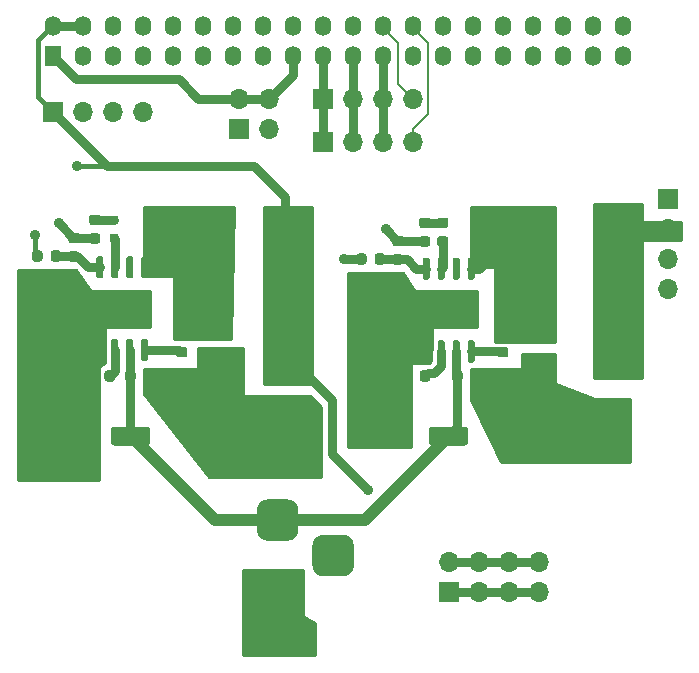
<source format=gtl>
G04 #@! TF.GenerationSoftware,KiCad,Pcbnew,(5.1.6-0-10_14)*
G04 #@! TF.CreationDate,2021-09-09T15:00:30-05:00*
G04 #@! TF.ProjectId,2019-Pi-Power,32303139-2d50-4692-9d50-6f7765722e6b,rev?*
G04 #@! TF.SameCoordinates,Original*
G04 #@! TF.FileFunction,Copper,L1,Top*
G04 #@! TF.FilePolarity,Positive*
%FSLAX46Y46*%
G04 Gerber Fmt 4.6, Leading zero omitted, Abs format (unit mm)*
G04 Created by KiCad (PCBNEW (5.1.6-0-10_14)) date 2021-09-09 15:00:30*
%MOMM*%
%LPD*%
G01*
G04 APERTURE LIST*
G04 #@! TA.AperFunction,ComponentPad*
%ADD10O,1.700000X1.700000*%
G04 #@! TD*
G04 #@! TA.AperFunction,ComponentPad*
%ADD11R,1.700000X1.700000*%
G04 #@! TD*
G04 #@! TA.AperFunction,SMDPad,CuDef*
%ADD12R,2.700000X3.600000*%
G04 #@! TD*
G04 #@! TA.AperFunction,SMDPad,CuDef*
%ADD13R,1.700000X2.500000*%
G04 #@! TD*
G04 #@! TA.AperFunction,ComponentPad*
%ADD14R,1.400000X1.700000*%
G04 #@! TD*
G04 #@! TA.AperFunction,ComponentPad*
%ADD15O,1.400000X1.700000*%
G04 #@! TD*
G04 #@! TA.AperFunction,SMDPad,CuDef*
%ADD16R,0.750000X0.800000*%
G04 #@! TD*
G04 #@! TA.AperFunction,ViaPad*
%ADD17C,0.900000*%
G04 #@! TD*
G04 #@! TA.AperFunction,ViaPad*
%ADD18C,0.500000*%
G04 #@! TD*
G04 #@! TA.AperFunction,Conductor*
%ADD19C,0.800000*%
G04 #@! TD*
G04 #@! TA.AperFunction,Conductor*
%ADD20C,0.400000*%
G04 #@! TD*
G04 #@! TA.AperFunction,Conductor*
%ADD21C,0.200000*%
G04 #@! TD*
G04 #@! TA.AperFunction,Conductor*
%ADD22C,1.000000*%
G04 #@! TD*
G04 #@! TA.AperFunction,Conductor*
%ADD23C,0.254000*%
G04 #@! TD*
G04 APERTURE END LIST*
G04 #@! TA.AperFunction,ComponentPad*
G36*
G01*
X233007000Y-142812000D02*
X231257000Y-142812000D01*
G75*
G02*
X230382000Y-141937000I0J875000D01*
G01*
X230382000Y-140187000D01*
G75*
G02*
X231257000Y-139312000I875000J0D01*
G01*
X233007000Y-139312000D01*
G75*
G02*
X233882000Y-140187000I0J-875000D01*
G01*
X233882000Y-141937000D01*
G75*
G02*
X233007000Y-142812000I-875000J0D01*
G01*
G37*
G04 #@! TD.AperFunction*
G04 #@! TA.AperFunction,ComponentPad*
G36*
G01*
X228307000Y-145812000D02*
X226557000Y-145812000D01*
G75*
G02*
X225682000Y-144937000I0J875000D01*
G01*
X225682000Y-143187000D01*
G75*
G02*
X226557000Y-142312000I875000J0D01*
G01*
X228307000Y-142312000D01*
G75*
G02*
X229182000Y-143187000I0J-875000D01*
G01*
X229182000Y-144937000D01*
G75*
G02*
X228307000Y-145812000I-875000J0D01*
G01*
G37*
G04 #@! TD.AperFunction*
G04 #@! TA.AperFunction,ComponentPad*
G36*
G01*
X228307000Y-139812000D02*
X226557000Y-139812000D01*
G75*
G02*
X225682000Y-138937000I0J875000D01*
G01*
X225682000Y-137187000D01*
G75*
G02*
X226557000Y-136312000I875000J0D01*
G01*
X228307000Y-136312000D01*
G75*
G02*
X229182000Y-137187000I0J-875000D01*
G01*
X229182000Y-138937000D01*
G75*
G02*
X228307000Y-139812000I-875000J0D01*
G01*
G37*
G04 #@! TD.AperFunction*
D10*
X260452000Y-118504000D03*
X260452000Y-115964000D03*
X260452000Y-113424000D03*
D11*
X260452000Y-110884000D03*
D10*
X216002000Y-103518000D03*
X213462000Y-103518000D03*
X210922000Y-103518000D03*
D11*
X208382000Y-103518000D03*
G04 #@! TA.AperFunction,SMDPad,CuDef*
G36*
G01*
X239621750Y-114028000D02*
X240134250Y-114028000D01*
G75*
G02*
X240353000Y-114246750I0J-218750D01*
G01*
X240353000Y-114684250D01*
G75*
G02*
X240134250Y-114903000I-218750J0D01*
G01*
X239621750Y-114903000D01*
G75*
G02*
X239403000Y-114684250I0J218750D01*
G01*
X239403000Y-114246750D01*
G75*
G02*
X239621750Y-114028000I218750J0D01*
G01*
G37*
G04 #@! TD.AperFunction*
G04 #@! TA.AperFunction,SMDPad,CuDef*
G36*
G01*
X239621750Y-112453000D02*
X240134250Y-112453000D01*
G75*
G02*
X240353000Y-112671750I0J-218750D01*
G01*
X240353000Y-113109250D01*
G75*
G02*
X240134250Y-113328000I-218750J0D01*
G01*
X239621750Y-113328000D01*
G75*
G02*
X239403000Y-113109250I0J218750D01*
G01*
X239403000Y-112671750D01*
G75*
G02*
X239621750Y-112453000I218750J0D01*
G01*
G37*
G04 #@! TD.AperFunction*
G04 #@! TA.AperFunction,SMDPad,CuDef*
G36*
G01*
X241658250Y-113328000D02*
X241145750Y-113328000D01*
G75*
G02*
X240927000Y-113109250I0J218750D01*
G01*
X240927000Y-112671750D01*
G75*
G02*
X241145750Y-112453000I218750J0D01*
G01*
X241658250Y-112453000D01*
G75*
G02*
X241877000Y-112671750I0J-218750D01*
G01*
X241877000Y-113109250D01*
G75*
G02*
X241658250Y-113328000I-218750J0D01*
G01*
G37*
G04 #@! TD.AperFunction*
G04 #@! TA.AperFunction,SMDPad,CuDef*
G36*
G01*
X241658250Y-114903000D02*
X241145750Y-114903000D01*
G75*
G02*
X240927000Y-114684250I0J218750D01*
G01*
X240927000Y-114246750D01*
G75*
G02*
X241145750Y-114028000I218750J0D01*
G01*
X241658250Y-114028000D01*
G75*
G02*
X241877000Y-114246750I0J-218750D01*
G01*
X241877000Y-114684250D01*
G75*
G02*
X241658250Y-114903000I-218750J0D01*
G01*
G37*
G04 #@! TD.AperFunction*
G04 #@! TA.AperFunction,SMDPad,CuDef*
G36*
G01*
X243665000Y-122832000D02*
X243965000Y-122832000D01*
G75*
G02*
X244115000Y-122982000I0J-150000D01*
G01*
X244115000Y-124582000D01*
G75*
G02*
X243965000Y-124732000I-150000J0D01*
G01*
X243665000Y-124732000D01*
G75*
G02*
X243515000Y-124582000I0J150000D01*
G01*
X243515000Y-122982000D01*
G75*
G02*
X243665000Y-122832000I150000J0D01*
G01*
G37*
G04 #@! TD.AperFunction*
G04 #@! TA.AperFunction,SMDPad,CuDef*
G36*
G01*
X242395000Y-122832000D02*
X242695000Y-122832000D01*
G75*
G02*
X242845000Y-122982000I0J-150000D01*
G01*
X242845000Y-124582000D01*
G75*
G02*
X242695000Y-124732000I-150000J0D01*
G01*
X242395000Y-124732000D01*
G75*
G02*
X242245000Y-124582000I0J150000D01*
G01*
X242245000Y-122982000D01*
G75*
G02*
X242395000Y-122832000I150000J0D01*
G01*
G37*
G04 #@! TD.AperFunction*
G04 #@! TA.AperFunction,SMDPad,CuDef*
G36*
G01*
X241125000Y-122832000D02*
X241425000Y-122832000D01*
G75*
G02*
X241575000Y-122982000I0J-150000D01*
G01*
X241575000Y-124582000D01*
G75*
G02*
X241425000Y-124732000I-150000J0D01*
G01*
X241125000Y-124732000D01*
G75*
G02*
X240975000Y-124582000I0J150000D01*
G01*
X240975000Y-122982000D01*
G75*
G02*
X241125000Y-122832000I150000J0D01*
G01*
G37*
G04 #@! TD.AperFunction*
G04 #@! TA.AperFunction,SMDPad,CuDef*
G36*
G01*
X239855000Y-122832000D02*
X240155000Y-122832000D01*
G75*
G02*
X240305000Y-122982000I0J-150000D01*
G01*
X240305000Y-124582000D01*
G75*
G02*
X240155000Y-124732000I-150000J0D01*
G01*
X239855000Y-124732000D01*
G75*
G02*
X239705000Y-124582000I0J150000D01*
G01*
X239705000Y-122982000D01*
G75*
G02*
X239855000Y-122832000I150000J0D01*
G01*
G37*
G04 #@! TD.AperFunction*
G04 #@! TA.AperFunction,SMDPad,CuDef*
G36*
G01*
X239855000Y-115832000D02*
X240155000Y-115832000D01*
G75*
G02*
X240305000Y-115982000I0J-150000D01*
G01*
X240305000Y-117582000D01*
G75*
G02*
X240155000Y-117732000I-150000J0D01*
G01*
X239855000Y-117732000D01*
G75*
G02*
X239705000Y-117582000I0J150000D01*
G01*
X239705000Y-115982000D01*
G75*
G02*
X239855000Y-115832000I150000J0D01*
G01*
G37*
G04 #@! TD.AperFunction*
G04 #@! TA.AperFunction,SMDPad,CuDef*
G36*
G01*
X241125000Y-115832000D02*
X241425000Y-115832000D01*
G75*
G02*
X241575000Y-115982000I0J-150000D01*
G01*
X241575000Y-117582000D01*
G75*
G02*
X241425000Y-117732000I-150000J0D01*
G01*
X241125000Y-117732000D01*
G75*
G02*
X240975000Y-117582000I0J150000D01*
G01*
X240975000Y-115982000D01*
G75*
G02*
X241125000Y-115832000I150000J0D01*
G01*
G37*
G04 #@! TD.AperFunction*
G04 #@! TA.AperFunction,SMDPad,CuDef*
G36*
G01*
X242395000Y-115832000D02*
X242695000Y-115832000D01*
G75*
G02*
X242845000Y-115982000I0J-150000D01*
G01*
X242845000Y-117582000D01*
G75*
G02*
X242695000Y-117732000I-150000J0D01*
G01*
X242395000Y-117732000D01*
G75*
G02*
X242245000Y-117582000I0J150000D01*
G01*
X242245000Y-115982000D01*
G75*
G02*
X242395000Y-115832000I150000J0D01*
G01*
G37*
G04 #@! TD.AperFunction*
G04 #@! TA.AperFunction,SMDPad,CuDef*
G36*
G01*
X243665000Y-115832000D02*
X243965000Y-115832000D01*
G75*
G02*
X244115000Y-115982000I0J-150000D01*
G01*
X244115000Y-117582000D01*
G75*
G02*
X243965000Y-117732000I-150000J0D01*
G01*
X243665000Y-117732000D01*
G75*
G02*
X243515000Y-117582000I0J150000D01*
G01*
X243515000Y-115982000D01*
G75*
G02*
X243665000Y-115832000I150000J0D01*
G01*
G37*
G04 #@! TD.AperFunction*
G04 #@! TA.AperFunction,SMDPad,CuDef*
G36*
G01*
X216042500Y-122705000D02*
X216342500Y-122705000D01*
G75*
G02*
X216492500Y-122855000I0J-150000D01*
G01*
X216492500Y-124455000D01*
G75*
G02*
X216342500Y-124605000I-150000J0D01*
G01*
X216042500Y-124605000D01*
G75*
G02*
X215892500Y-124455000I0J150000D01*
G01*
X215892500Y-122855000D01*
G75*
G02*
X216042500Y-122705000I150000J0D01*
G01*
G37*
G04 #@! TD.AperFunction*
G04 #@! TA.AperFunction,SMDPad,CuDef*
G36*
G01*
X214772500Y-122705000D02*
X215072500Y-122705000D01*
G75*
G02*
X215222500Y-122855000I0J-150000D01*
G01*
X215222500Y-124455000D01*
G75*
G02*
X215072500Y-124605000I-150000J0D01*
G01*
X214772500Y-124605000D01*
G75*
G02*
X214622500Y-124455000I0J150000D01*
G01*
X214622500Y-122855000D01*
G75*
G02*
X214772500Y-122705000I150000J0D01*
G01*
G37*
G04 #@! TD.AperFunction*
G04 #@! TA.AperFunction,SMDPad,CuDef*
G36*
G01*
X213502500Y-122705000D02*
X213802500Y-122705000D01*
G75*
G02*
X213952500Y-122855000I0J-150000D01*
G01*
X213952500Y-124455000D01*
G75*
G02*
X213802500Y-124605000I-150000J0D01*
G01*
X213502500Y-124605000D01*
G75*
G02*
X213352500Y-124455000I0J150000D01*
G01*
X213352500Y-122855000D01*
G75*
G02*
X213502500Y-122705000I150000J0D01*
G01*
G37*
G04 #@! TD.AperFunction*
G04 #@! TA.AperFunction,SMDPad,CuDef*
G36*
G01*
X212232500Y-122705000D02*
X212532500Y-122705000D01*
G75*
G02*
X212682500Y-122855000I0J-150000D01*
G01*
X212682500Y-124455000D01*
G75*
G02*
X212532500Y-124605000I-150000J0D01*
G01*
X212232500Y-124605000D01*
G75*
G02*
X212082500Y-124455000I0J150000D01*
G01*
X212082500Y-122855000D01*
G75*
G02*
X212232500Y-122705000I150000J0D01*
G01*
G37*
G04 #@! TD.AperFunction*
G04 #@! TA.AperFunction,SMDPad,CuDef*
G36*
G01*
X212232500Y-115705000D02*
X212532500Y-115705000D01*
G75*
G02*
X212682500Y-115855000I0J-150000D01*
G01*
X212682500Y-117455000D01*
G75*
G02*
X212532500Y-117605000I-150000J0D01*
G01*
X212232500Y-117605000D01*
G75*
G02*
X212082500Y-117455000I0J150000D01*
G01*
X212082500Y-115855000D01*
G75*
G02*
X212232500Y-115705000I150000J0D01*
G01*
G37*
G04 #@! TD.AperFunction*
G04 #@! TA.AperFunction,SMDPad,CuDef*
G36*
G01*
X213502500Y-115705000D02*
X213802500Y-115705000D01*
G75*
G02*
X213952500Y-115855000I0J-150000D01*
G01*
X213952500Y-117455000D01*
G75*
G02*
X213802500Y-117605000I-150000J0D01*
G01*
X213502500Y-117605000D01*
G75*
G02*
X213352500Y-117455000I0J150000D01*
G01*
X213352500Y-115855000D01*
G75*
G02*
X213502500Y-115705000I150000J0D01*
G01*
G37*
G04 #@! TD.AperFunction*
G04 #@! TA.AperFunction,SMDPad,CuDef*
G36*
G01*
X214772500Y-115705000D02*
X215072500Y-115705000D01*
G75*
G02*
X215222500Y-115855000I0J-150000D01*
G01*
X215222500Y-117455000D01*
G75*
G02*
X215072500Y-117605000I-150000J0D01*
G01*
X214772500Y-117605000D01*
G75*
G02*
X214622500Y-117455000I0J150000D01*
G01*
X214622500Y-115855000D01*
G75*
G02*
X214772500Y-115705000I150000J0D01*
G01*
G37*
G04 #@! TD.AperFunction*
G04 #@! TA.AperFunction,SMDPad,CuDef*
G36*
G01*
X216042500Y-115705000D02*
X216342500Y-115705000D01*
G75*
G02*
X216492500Y-115855000I0J-150000D01*
G01*
X216492500Y-117455000D01*
G75*
G02*
X216342500Y-117605000I-150000J0D01*
G01*
X216042500Y-117605000D01*
G75*
G02*
X215892500Y-117455000I0J150000D01*
G01*
X215892500Y-115855000D01*
G75*
G02*
X216042500Y-115705000I150000J0D01*
G01*
G37*
G04 #@! TD.AperFunction*
G04 #@! TA.AperFunction,SMDPad,CuDef*
G36*
G01*
X235656000Y-116220250D02*
X235656000Y-115707750D01*
G75*
G02*
X235874750Y-115489000I218750J0D01*
G01*
X236312250Y-115489000D01*
G75*
G02*
X236531000Y-115707750I0J-218750D01*
G01*
X236531000Y-116220250D01*
G75*
G02*
X236312250Y-116439000I-218750J0D01*
G01*
X235874750Y-116439000D01*
G75*
G02*
X235656000Y-116220250I0J218750D01*
G01*
G37*
G04 #@! TD.AperFunction*
G04 #@! TA.AperFunction,SMDPad,CuDef*
G36*
G01*
X234081000Y-116220250D02*
X234081000Y-115707750D01*
G75*
G02*
X234299750Y-115489000I218750J0D01*
G01*
X234737250Y-115489000D01*
G75*
G02*
X234956000Y-115707750I0J-218750D01*
G01*
X234956000Y-116220250D01*
G75*
G02*
X234737250Y-116439000I-218750J0D01*
G01*
X234299750Y-116439000D01*
G75*
G02*
X234081000Y-116220250I0J218750D01*
G01*
G37*
G04 #@! TD.AperFunction*
G04 #@! TA.AperFunction,SMDPad,CuDef*
G36*
G01*
X237848250Y-114852000D02*
X237335750Y-114852000D01*
G75*
G02*
X237117000Y-114633250I0J218750D01*
G01*
X237117000Y-114195750D01*
G75*
G02*
X237335750Y-113977000I218750J0D01*
G01*
X237848250Y-113977000D01*
G75*
G02*
X238067000Y-114195750I0J-218750D01*
G01*
X238067000Y-114633250D01*
G75*
G02*
X237848250Y-114852000I-218750J0D01*
G01*
G37*
G04 #@! TD.AperFunction*
G04 #@! TA.AperFunction,SMDPad,CuDef*
G36*
G01*
X237848250Y-116427000D02*
X237335750Y-116427000D01*
G75*
G02*
X237117000Y-116208250I0J218750D01*
G01*
X237117000Y-115770750D01*
G75*
G02*
X237335750Y-115552000I218750J0D01*
G01*
X237848250Y-115552000D01*
G75*
G02*
X238067000Y-115770750I0J-218750D01*
G01*
X238067000Y-116208250D01*
G75*
G02*
X237848250Y-116427000I-218750J0D01*
G01*
G37*
G04 #@! TD.AperFunction*
G04 #@! TA.AperFunction,SMDPad,CuDef*
G36*
G01*
X238766000Y-125613750D02*
X238766000Y-126126250D01*
G75*
G02*
X238547250Y-126345000I-218750J0D01*
G01*
X238109750Y-126345000D01*
G75*
G02*
X237891000Y-126126250I0J218750D01*
G01*
X237891000Y-125613750D01*
G75*
G02*
X238109750Y-125395000I218750J0D01*
G01*
X238547250Y-125395000D01*
G75*
G02*
X238766000Y-125613750I0J-218750D01*
G01*
G37*
G04 #@! TD.AperFunction*
G04 #@! TA.AperFunction,SMDPad,CuDef*
G36*
G01*
X240341000Y-125613750D02*
X240341000Y-126126250D01*
G75*
G02*
X240122250Y-126345000I-218750J0D01*
G01*
X239684750Y-126345000D01*
G75*
G02*
X239466000Y-126126250I0J218750D01*
G01*
X239466000Y-125613750D01*
G75*
G02*
X239684750Y-125395000I218750J0D01*
G01*
X240122250Y-125395000D01*
G75*
G02*
X240341000Y-125613750I0J-218750D01*
G01*
G37*
G04 #@! TD.AperFunction*
G04 #@! TA.AperFunction,SMDPad,CuDef*
G36*
G01*
X208224000Y-115966250D02*
X208224000Y-115453750D01*
G75*
G02*
X208442750Y-115235000I218750J0D01*
G01*
X208880250Y-115235000D01*
G75*
G02*
X209099000Y-115453750I0J-218750D01*
G01*
X209099000Y-115966250D01*
G75*
G02*
X208880250Y-116185000I-218750J0D01*
G01*
X208442750Y-116185000D01*
G75*
G02*
X208224000Y-115966250I0J218750D01*
G01*
G37*
G04 #@! TD.AperFunction*
G04 #@! TA.AperFunction,SMDPad,CuDef*
G36*
G01*
X206649000Y-115966250D02*
X206649000Y-115453750D01*
G75*
G02*
X206867750Y-115235000I218750J0D01*
G01*
X207305250Y-115235000D01*
G75*
G02*
X207524000Y-115453750I0J-218750D01*
G01*
X207524000Y-115966250D01*
G75*
G02*
X207305250Y-116185000I-218750J0D01*
G01*
X206867750Y-116185000D01*
G75*
G02*
X206649000Y-115966250I0J218750D01*
G01*
G37*
G04 #@! TD.AperFunction*
G04 #@! TA.AperFunction,SMDPad,CuDef*
G36*
G01*
X211681750Y-113774000D02*
X212194250Y-113774000D01*
G75*
G02*
X212413000Y-113992750I0J-218750D01*
G01*
X212413000Y-114430250D01*
G75*
G02*
X212194250Y-114649000I-218750J0D01*
G01*
X211681750Y-114649000D01*
G75*
G02*
X211463000Y-114430250I0J218750D01*
G01*
X211463000Y-113992750D01*
G75*
G02*
X211681750Y-113774000I218750J0D01*
G01*
G37*
G04 #@! TD.AperFunction*
G04 #@! TA.AperFunction,SMDPad,CuDef*
G36*
G01*
X211681750Y-112199000D02*
X212194250Y-112199000D01*
G75*
G02*
X212413000Y-112417750I0J-218750D01*
G01*
X212413000Y-112855250D01*
G75*
G02*
X212194250Y-113074000I-218750J0D01*
G01*
X211681750Y-113074000D01*
G75*
G02*
X211463000Y-112855250I0J218750D01*
G01*
X211463000Y-112417750D01*
G75*
G02*
X211681750Y-112199000I218750J0D01*
G01*
G37*
G04 #@! TD.AperFunction*
G04 #@! TA.AperFunction,SMDPad,CuDef*
G36*
G01*
X210416250Y-114598000D02*
X209903750Y-114598000D01*
G75*
G02*
X209685000Y-114379250I0J218750D01*
G01*
X209685000Y-113941750D01*
G75*
G02*
X209903750Y-113723000I218750J0D01*
G01*
X210416250Y-113723000D01*
G75*
G02*
X210635000Y-113941750I0J-218750D01*
G01*
X210635000Y-114379250D01*
G75*
G02*
X210416250Y-114598000I-218750J0D01*
G01*
G37*
G04 #@! TD.AperFunction*
G04 #@! TA.AperFunction,SMDPad,CuDef*
G36*
G01*
X210416250Y-116173000D02*
X209903750Y-116173000D01*
G75*
G02*
X209685000Y-115954250I0J218750D01*
G01*
X209685000Y-115516750D01*
G75*
G02*
X209903750Y-115298000I218750J0D01*
G01*
X210416250Y-115298000D01*
G75*
G02*
X210635000Y-115516750I0J-218750D01*
G01*
X210635000Y-115954250D01*
G75*
G02*
X210416250Y-116173000I-218750J0D01*
G01*
G37*
G04 #@! TD.AperFunction*
G04 #@! TA.AperFunction,SMDPad,CuDef*
G36*
G01*
X212070500Y-125613750D02*
X212070500Y-126126250D01*
G75*
G02*
X211851750Y-126345000I-218750J0D01*
G01*
X211414250Y-126345000D01*
G75*
G02*
X211195500Y-126126250I0J218750D01*
G01*
X211195500Y-125613750D01*
G75*
G02*
X211414250Y-125395000I218750J0D01*
G01*
X211851750Y-125395000D01*
G75*
G02*
X212070500Y-125613750I0J-218750D01*
G01*
G37*
G04 #@! TD.AperFunction*
G04 #@! TA.AperFunction,SMDPad,CuDef*
G36*
G01*
X213645500Y-125613750D02*
X213645500Y-126126250D01*
G75*
G02*
X213426750Y-126345000I-218750J0D01*
G01*
X212989250Y-126345000D01*
G75*
G02*
X212770500Y-126126250I0J218750D01*
G01*
X212770500Y-125613750D01*
G75*
G02*
X212989250Y-125395000I218750J0D01*
G01*
X213426750Y-125395000D01*
G75*
G02*
X213645500Y-125613750I0J-218750D01*
G01*
G37*
G04 #@! TD.AperFunction*
D12*
X247834000Y-113424000D03*
X256134000Y-113424000D03*
X219726000Y-113678000D03*
X228026000Y-113678000D03*
D13*
X249530000Y-121330000D03*
X249530000Y-125330000D03*
X222606000Y-121330000D03*
X222606000Y-125330000D03*
G04 #@! TA.AperFunction,SMDPad,CuDef*
G36*
G01*
X255330000Y-127761000D02*
X256430000Y-127761000D01*
G75*
G02*
X256680000Y-128011000I0J-250000D01*
G01*
X256680000Y-130836000D01*
G75*
G02*
X256430000Y-131086000I-250000J0D01*
G01*
X255330000Y-131086000D01*
G75*
G02*
X255080000Y-130836000I0J250000D01*
G01*
X255080000Y-128011000D01*
G75*
G02*
X255330000Y-127761000I250000J0D01*
G01*
G37*
G04 #@! TD.AperFunction*
G04 #@! TA.AperFunction,SMDPad,CuDef*
G36*
G01*
X255330000Y-122686000D02*
X256430000Y-122686000D01*
G75*
G02*
X256680000Y-122936000I0J-250000D01*
G01*
X256680000Y-125761000D01*
G75*
G02*
X256430000Y-126011000I-250000J0D01*
G01*
X255330000Y-126011000D01*
G75*
G02*
X255080000Y-125761000I0J250000D01*
G01*
X255080000Y-122936000D01*
G75*
G02*
X255330000Y-122686000I250000J0D01*
G01*
G37*
G04 #@! TD.AperFunction*
G04 #@! TA.AperFunction,SMDPad,CuDef*
G36*
G01*
X246225750Y-123400500D02*
X246738250Y-123400500D01*
G75*
G02*
X246957000Y-123619250I0J-218750D01*
G01*
X246957000Y-124056750D01*
G75*
G02*
X246738250Y-124275500I-218750J0D01*
G01*
X246225750Y-124275500D01*
G75*
G02*
X246007000Y-124056750I0J218750D01*
G01*
X246007000Y-123619250D01*
G75*
G02*
X246225750Y-123400500I218750J0D01*
G01*
G37*
G04 #@! TD.AperFunction*
G04 #@! TA.AperFunction,SMDPad,CuDef*
G36*
G01*
X246225750Y-121825500D02*
X246738250Y-121825500D01*
G75*
G02*
X246957000Y-122044250I0J-218750D01*
G01*
X246957000Y-122481750D01*
G75*
G02*
X246738250Y-122700500I-218750J0D01*
G01*
X246225750Y-122700500D01*
G75*
G02*
X246007000Y-122481750I0J218750D01*
G01*
X246007000Y-122044250D01*
G75*
G02*
X246225750Y-121825500I218750J0D01*
G01*
G37*
G04 #@! TD.AperFunction*
G04 #@! TA.AperFunction,SMDPad,CuDef*
G36*
G01*
X243784000Y-126126250D02*
X243784000Y-125613750D01*
G75*
G02*
X244002750Y-125395000I218750J0D01*
G01*
X244440250Y-125395000D01*
G75*
G02*
X244659000Y-125613750I0J-218750D01*
G01*
X244659000Y-126126250D01*
G75*
G02*
X244440250Y-126345000I-218750J0D01*
G01*
X244002750Y-126345000D01*
G75*
G02*
X243784000Y-126126250I0J218750D01*
G01*
G37*
G04 #@! TD.AperFunction*
G04 #@! TA.AperFunction,SMDPad,CuDef*
G36*
G01*
X242209000Y-126126250D02*
X242209000Y-125613750D01*
G75*
G02*
X242427750Y-125395000I218750J0D01*
G01*
X242865250Y-125395000D01*
G75*
G02*
X243084000Y-125613750I0J-218750D01*
G01*
X243084000Y-126126250D01*
G75*
G02*
X242865250Y-126345000I-218750J0D01*
G01*
X242427750Y-126345000D01*
G75*
G02*
X242209000Y-126126250I0J218750D01*
G01*
G37*
G04 #@! TD.AperFunction*
G04 #@! TA.AperFunction,SMDPad,CuDef*
G36*
G01*
X238495000Y-130400000D02*
X238495000Y-131500000D01*
G75*
G02*
X238245000Y-131750000I-250000J0D01*
G01*
X235420000Y-131750000D01*
G75*
G02*
X235170000Y-131500000I0J250000D01*
G01*
X235170000Y-130400000D01*
G75*
G02*
X235420000Y-130150000I250000J0D01*
G01*
X238245000Y-130150000D01*
G75*
G02*
X238495000Y-130400000I0J-250000D01*
G01*
G37*
G04 #@! TD.AperFunction*
G04 #@! TA.AperFunction,SMDPad,CuDef*
G36*
G01*
X243570000Y-130400000D02*
X243570000Y-131500000D01*
G75*
G02*
X243320000Y-131750000I-250000J0D01*
G01*
X240495000Y-131750000D01*
G75*
G02*
X240245000Y-131500000I0J250000D01*
G01*
X240245000Y-130400000D01*
G75*
G02*
X240495000Y-130150000I250000J0D01*
G01*
X243320000Y-130150000D01*
G75*
G02*
X243570000Y-130400000I0J-250000D01*
G01*
G37*
G04 #@! TD.AperFunction*
G04 #@! TA.AperFunction,SMDPad,CuDef*
G36*
G01*
X227898000Y-128269000D02*
X228998000Y-128269000D01*
G75*
G02*
X229248000Y-128519000I0J-250000D01*
G01*
X229248000Y-131344000D01*
G75*
G02*
X228998000Y-131594000I-250000J0D01*
G01*
X227898000Y-131594000D01*
G75*
G02*
X227648000Y-131344000I0J250000D01*
G01*
X227648000Y-128519000D01*
G75*
G02*
X227898000Y-128269000I250000J0D01*
G01*
G37*
G04 #@! TD.AperFunction*
G04 #@! TA.AperFunction,SMDPad,CuDef*
G36*
G01*
X227898000Y-123194000D02*
X228998000Y-123194000D01*
G75*
G02*
X229248000Y-123444000I0J-250000D01*
G01*
X229248000Y-126269000D01*
G75*
G02*
X228998000Y-126519000I-250000J0D01*
G01*
X227898000Y-126519000D01*
G75*
G02*
X227648000Y-126269000I0J250000D01*
G01*
X227648000Y-123444000D01*
G75*
G02*
X227898000Y-123194000I250000J0D01*
G01*
G37*
G04 #@! TD.AperFunction*
G04 #@! TA.AperFunction,SMDPad,CuDef*
G36*
G01*
X219047750Y-123400500D02*
X219560250Y-123400500D01*
G75*
G02*
X219779000Y-123619250I0J-218750D01*
G01*
X219779000Y-124056750D01*
G75*
G02*
X219560250Y-124275500I-218750J0D01*
G01*
X219047750Y-124275500D01*
G75*
G02*
X218829000Y-124056750I0J218750D01*
G01*
X218829000Y-123619250D01*
G75*
G02*
X219047750Y-123400500I218750J0D01*
G01*
G37*
G04 #@! TD.AperFunction*
G04 #@! TA.AperFunction,SMDPad,CuDef*
G36*
G01*
X219047750Y-121825500D02*
X219560250Y-121825500D01*
G75*
G02*
X219779000Y-122044250I0J-218750D01*
G01*
X219779000Y-122481750D01*
G75*
G02*
X219560250Y-122700500I-218750J0D01*
G01*
X219047750Y-122700500D01*
G75*
G02*
X218829000Y-122481750I0J218750D01*
G01*
X218829000Y-122044250D01*
G75*
G02*
X219047750Y-121825500I218750J0D01*
G01*
G37*
G04 #@! TD.AperFunction*
G04 #@! TA.AperFunction,SMDPad,CuDef*
G36*
G01*
X216098000Y-126126250D02*
X216098000Y-125613750D01*
G75*
G02*
X216316750Y-125395000I218750J0D01*
G01*
X216754250Y-125395000D01*
G75*
G02*
X216973000Y-125613750I0J-218750D01*
G01*
X216973000Y-126126250D01*
G75*
G02*
X216754250Y-126345000I-218750J0D01*
G01*
X216316750Y-126345000D01*
G75*
G02*
X216098000Y-126126250I0J218750D01*
G01*
G37*
G04 #@! TD.AperFunction*
G04 #@! TA.AperFunction,SMDPad,CuDef*
G36*
G01*
X214523000Y-126126250D02*
X214523000Y-125613750D01*
G75*
G02*
X214741750Y-125395000I218750J0D01*
G01*
X215179250Y-125395000D01*
G75*
G02*
X215398000Y-125613750I0J-218750D01*
G01*
X215398000Y-126126250D01*
G75*
G02*
X215179250Y-126345000I-218750J0D01*
G01*
X214741750Y-126345000D01*
G75*
G02*
X214523000Y-126126250I0J218750D01*
G01*
G37*
G04 #@! TD.AperFunction*
G04 #@! TA.AperFunction,SMDPad,CuDef*
G36*
G01*
X211571000Y-130400000D02*
X211571000Y-131500000D01*
G75*
G02*
X211321000Y-131750000I-250000J0D01*
G01*
X208496000Y-131750000D01*
G75*
G02*
X208246000Y-131500000I0J250000D01*
G01*
X208246000Y-130400000D01*
G75*
G02*
X208496000Y-130150000I250000J0D01*
G01*
X211321000Y-130150000D01*
G75*
G02*
X211571000Y-130400000I0J-250000D01*
G01*
G37*
G04 #@! TD.AperFunction*
G04 #@! TA.AperFunction,SMDPad,CuDef*
G36*
G01*
X216646000Y-130400000D02*
X216646000Y-131500000D01*
G75*
G02*
X216396000Y-131750000I-250000J0D01*
G01*
X213571000Y-131750000D01*
G75*
G02*
X213321000Y-131500000I0J250000D01*
G01*
X213321000Y-130400000D01*
G75*
G02*
X213571000Y-130150000I250000J0D01*
G01*
X216396000Y-130150000D01*
G75*
G02*
X216646000Y-130400000I0J-250000D01*
G01*
G37*
G04 #@! TD.AperFunction*
D14*
X208370000Y-98770000D03*
D15*
X208370000Y-96230000D03*
X210910000Y-98770000D03*
X210910000Y-96230000D03*
X213450000Y-98770000D03*
X213450000Y-96230000D03*
X215990000Y-98770000D03*
X215990000Y-96230000D03*
X218530000Y-98770000D03*
X218530000Y-96230000D03*
X221070000Y-98770000D03*
X221070000Y-96230000D03*
X223610000Y-98770000D03*
X223610000Y-96230000D03*
X226150000Y-98770000D03*
X226150000Y-96230000D03*
X228690000Y-98770000D03*
X228690000Y-96230000D03*
X231230000Y-98770000D03*
X231230000Y-96230000D03*
X233770000Y-98770000D03*
X233770000Y-96230000D03*
X236310000Y-98770000D03*
X236310000Y-96230000D03*
X238850000Y-98770000D03*
X238850000Y-96230000D03*
X241390000Y-98770000D03*
X241390000Y-96230000D03*
X243930000Y-98770000D03*
X243930000Y-96230000D03*
X246470000Y-98770000D03*
X246470000Y-96230000D03*
X249010000Y-98770000D03*
X249010000Y-96230000D03*
X251550000Y-98770000D03*
X251550000Y-96230000D03*
X254090000Y-98770000D03*
X254090000Y-96230000D03*
X256630000Y-98770000D03*
X256630000Y-96230000D03*
D16*
X213589000Y-112686000D03*
X213589000Y-114186000D03*
D10*
X249530000Y-141618000D03*
X249530000Y-144158000D03*
X246990000Y-141618000D03*
X246990000Y-144158000D03*
X244450000Y-141618000D03*
X244450000Y-144158000D03*
X241910000Y-141618000D03*
D11*
X241910000Y-144158000D03*
X231242000Y-102375000D03*
D10*
X233782000Y-102375000D03*
X236322000Y-102375000D03*
X238862000Y-102375000D03*
X238862000Y-106058000D03*
X236322000Y-106058000D03*
X233782000Y-106058000D03*
D11*
X231242000Y-106058000D03*
D10*
X226670000Y-102375000D03*
X226670000Y-104915000D03*
X224130000Y-102375000D03*
D11*
X224130000Y-104915000D03*
D17*
X210414000Y-108090000D03*
X235052000Y-135522000D03*
X206858000Y-113932000D03*
D18*
X210414000Y-117488000D03*
X210414000Y-118250000D03*
X210414000Y-119774000D03*
X210414000Y-119012000D03*
X209652000Y-118250000D03*
X209652000Y-117488000D03*
X209652000Y-119012000D03*
X209652000Y-119774000D03*
X210414000Y-121298000D03*
X209652000Y-122060000D03*
X209652000Y-120536000D03*
X209652000Y-121298000D03*
X209652000Y-122822000D03*
X210414000Y-120536000D03*
X210414000Y-122060000D03*
X210414000Y-122822000D03*
X208890000Y-118250000D03*
X208128000Y-119012000D03*
X208128000Y-117488000D03*
X208128000Y-118250000D03*
X208128000Y-119774000D03*
X208890000Y-117488000D03*
X208890000Y-119012000D03*
X208890000Y-119774000D03*
X208128000Y-122822000D03*
X208890000Y-120536000D03*
X208890000Y-122822000D03*
X208890000Y-122060000D03*
X208128000Y-121298000D03*
X208890000Y-121298000D03*
X208128000Y-120536000D03*
X208128000Y-122060000D03*
X207366000Y-122822000D03*
X207366000Y-121298000D03*
X207366000Y-119012000D03*
X207366000Y-118250000D03*
X207366000Y-119774000D03*
X207366000Y-117488000D03*
X207366000Y-122060000D03*
X207366000Y-120536000D03*
X215748000Y-120282000D03*
X214224000Y-119520000D03*
X214224000Y-121044000D03*
X213462000Y-121044000D03*
X214224000Y-120282000D03*
X213462000Y-120282000D03*
X213462000Y-119520000D03*
X214986000Y-121044000D03*
X214986000Y-119520000D03*
X214986000Y-120282000D03*
X215748000Y-119520000D03*
X215748000Y-121044000D03*
X212700000Y-120282000D03*
X212700000Y-119520000D03*
X212700000Y-121044000D03*
X243434000Y-120282000D03*
X241910000Y-119520000D03*
X241910000Y-121044000D03*
X241148000Y-121044000D03*
X241910000Y-120282000D03*
X241148000Y-120282000D03*
X241148000Y-119520000D03*
X242672000Y-121044000D03*
X242672000Y-119520000D03*
X242672000Y-120282000D03*
X243434000Y-119520000D03*
X243434000Y-121044000D03*
X240386000Y-120282000D03*
X240386000Y-119520000D03*
X240386000Y-121044000D03*
X236322000Y-122822000D03*
X235560000Y-122822000D03*
X236322000Y-122060000D03*
X236322000Y-121298000D03*
X236322000Y-119774000D03*
X237846000Y-118250000D03*
X236322000Y-120536000D03*
X235560000Y-121298000D03*
X236322000Y-117488000D03*
X236322000Y-119012000D03*
X235560000Y-119012000D03*
X236322000Y-118250000D03*
X235560000Y-118250000D03*
X235560000Y-119774000D03*
X235560000Y-117488000D03*
X235560000Y-122060000D03*
X235560000Y-120536000D03*
X237084000Y-119012000D03*
X237084000Y-117488000D03*
X237084000Y-118250000D03*
X237084000Y-119774000D03*
X237846000Y-117488000D03*
X234798000Y-121298000D03*
X234798000Y-122060000D03*
X234798000Y-122822000D03*
X237846000Y-119012000D03*
X234798000Y-118250000D03*
X234798000Y-120536000D03*
X234798000Y-117488000D03*
X234798000Y-119774000D03*
X237846000Y-119774000D03*
X234798000Y-119012000D03*
X237084000Y-122822000D03*
X237846000Y-120536000D03*
X237846000Y-122822000D03*
X237846000Y-122060000D03*
X237084000Y-121298000D03*
X237846000Y-121298000D03*
X237084000Y-120536000D03*
X237084000Y-122060000D03*
D17*
X225146000Y-147206000D03*
X226670000Y-147206000D03*
X228194000Y-147206000D03*
X229718000Y-147206000D03*
X253848000Y-128410000D03*
X253848000Y-129680000D03*
X253848000Y-130950000D03*
X253848000Y-132220000D03*
X229972000Y-128918000D03*
X229972000Y-130188000D03*
X229972000Y-131458000D03*
X229972000Y-132728000D03*
X208890000Y-112916000D03*
X236576000Y-113424000D03*
X254610000Y-122568000D03*
X233020000Y-115964000D03*
D19*
X210324000Y-100724000D02*
X208370000Y-98770000D01*
X228690000Y-100355000D02*
X226670000Y-102375000D01*
X228690000Y-98770000D02*
X228690000Y-100355000D01*
X224130000Y-102375000D02*
X226670000Y-102375000D01*
X219050000Y-100724000D02*
X210324000Y-100724000D01*
X220701000Y-102375000D02*
X219050000Y-100724000D01*
X224130000Y-102375000D02*
X220701000Y-102375000D01*
X208370000Y-96230000D02*
X210910000Y-96230000D01*
D20*
X208370000Y-96230000D02*
X208304000Y-96230000D01*
X208304000Y-96230000D02*
X207112000Y-97422000D01*
X207112000Y-102248000D02*
X208382000Y-103518000D01*
X207112000Y-97422000D02*
X207112000Y-102248000D01*
D19*
X228448000Y-124856500D02*
X228958500Y-124856500D01*
X228958500Y-124856500D02*
X232004000Y-127902000D01*
X232004000Y-127902000D02*
X232004000Y-132474000D01*
X232004000Y-132474000D02*
X235052000Y-135522000D01*
X241910000Y-141618000D02*
X249530000Y-141618000D01*
X228026000Y-113678000D02*
X228026000Y-110716000D01*
X228026000Y-110716000D02*
X225400000Y-108090000D01*
X212954000Y-108090000D02*
X208382000Y-103518000D01*
X225400000Y-108090000D02*
X212954000Y-108090000D01*
D20*
X207086500Y-115710000D02*
X207086500Y-115735500D01*
X212954000Y-108090000D02*
X210414000Y-108090000D01*
X206858000Y-115481500D02*
X207086500Y-115710000D01*
X206858000Y-113932000D02*
X206858000Y-115481500D01*
D19*
X210465000Y-114211500D02*
X210414000Y-114160500D01*
X211938000Y-114211500D02*
X210465000Y-114211500D01*
X241910000Y-144158000D02*
X249530000Y-144158000D01*
X228704500Y-130188000D02*
X228448000Y-129931500D01*
X229972000Y-130188000D02*
X228704500Y-130188000D01*
X229461500Y-128918000D02*
X228448000Y-129931500D01*
X229972000Y-128918000D02*
X229461500Y-128918000D01*
X229972000Y-131455500D02*
X228448000Y-129931500D01*
X229972000Y-131458000D02*
X229972000Y-131455500D01*
X229972000Y-132728000D02*
X229972000Y-128918000D01*
X210134500Y-114160500D02*
X208890000Y-112916000D01*
X210160000Y-114160500D02*
X210134500Y-114160500D01*
X237643000Y-114465500D02*
X237592000Y-114414500D01*
X239878000Y-114465500D02*
X237643000Y-114465500D01*
X237566500Y-114414500D02*
X236576000Y-113424000D01*
X237592000Y-114414500D02*
X237566500Y-114414500D01*
X227432000Y-146952000D02*
X227178000Y-147206000D01*
X227432000Y-144062000D02*
X227432000Y-146952000D01*
X227178000Y-147206000D02*
X229718000Y-147206000D01*
X225146000Y-147206000D02*
X227178000Y-147206000D01*
X231230000Y-104903000D02*
X231242000Y-104915000D01*
X231230000Y-98770000D02*
X231230000Y-104903000D01*
X231230000Y-106046000D02*
X231242000Y-106058000D01*
X231230000Y-104903000D02*
X231230000Y-106046000D01*
X233770000Y-104903000D02*
X233782000Y-104915000D01*
X233770000Y-98770000D02*
X233770000Y-104903000D01*
X233770000Y-106046000D02*
X233782000Y-106058000D01*
X233770000Y-104903000D02*
X233770000Y-106046000D01*
X236310000Y-104903000D02*
X236322000Y-104915000D01*
X236310000Y-98770000D02*
X236310000Y-104903000D01*
X236310000Y-106046000D02*
X236322000Y-106058000D01*
X236310000Y-104903000D02*
X236310000Y-106046000D01*
D21*
X236310000Y-96230000D02*
X236310000Y-96394000D01*
X236310000Y-96394000D02*
X237592000Y-97676000D01*
X237592000Y-101105000D02*
X238862000Y-102375000D01*
X237592000Y-97676000D02*
X237592000Y-101105000D01*
X238850000Y-96230000D02*
X238850000Y-96394000D01*
X238850000Y-96394000D02*
X240132000Y-97676000D01*
X240132000Y-103645000D02*
X238862000Y-104915000D01*
X240132000Y-97676000D02*
X240132000Y-103645000D01*
X238862000Y-104915000D02*
X238862000Y-106058000D01*
D19*
X234518500Y-115964000D02*
X233020000Y-115964000D01*
X219121000Y-123655000D02*
X219304000Y-123838000D01*
X216192500Y-123655000D02*
X219121000Y-123655000D01*
D22*
X234795500Y-138062000D02*
X241907500Y-130950000D01*
X227432000Y-138062000D02*
X234795500Y-138062000D01*
X222095500Y-138062000D02*
X214983500Y-130950000D01*
X227432000Y-138062000D02*
X222095500Y-138062000D01*
D19*
X242545000Y-125768500D02*
X242646500Y-125870000D01*
X242545000Y-123782000D02*
X242545000Y-125768500D01*
X242646500Y-130211000D02*
X241907500Y-130950000D01*
X242646500Y-125870000D02*
X242646500Y-130211000D01*
X214922500Y-125832000D02*
X214960500Y-125870000D01*
X214922500Y-123655000D02*
X214922500Y-125832000D01*
X214960500Y-130927000D02*
X214983500Y-130950000D01*
X214960500Y-125870000D02*
X214960500Y-130927000D01*
X211987500Y-112686000D02*
X211938000Y-112636500D01*
X213589000Y-112686000D02*
X211987500Y-112686000D01*
X213652500Y-114249500D02*
X213589000Y-114186000D01*
X213652500Y-116655000D02*
X213652500Y-114249500D01*
X246426000Y-123782000D02*
X246482000Y-123838000D01*
X243815000Y-123782000D02*
X246426000Y-123782000D01*
X244476000Y-116782000D02*
X247834000Y-113424000D01*
X243815000Y-116782000D02*
X244476000Y-116782000D01*
X241402000Y-112890500D02*
X239878000Y-112890500D01*
X241402000Y-116655000D02*
X241275000Y-116782000D01*
X241402000Y-114465500D02*
X241402000Y-116655000D01*
X211333500Y-116655000D02*
X210414000Y-115735500D01*
X212382500Y-116655000D02*
X211333500Y-116655000D01*
X208941000Y-115735500D02*
X208915500Y-115710000D01*
X210414000Y-115735500D02*
X208941000Y-115735500D01*
X213652500Y-125425500D02*
X213208000Y-125870000D01*
X213652500Y-123655000D02*
X213652500Y-125425500D01*
X236881000Y-115989500D02*
X236855500Y-115964000D01*
X238354000Y-115989500D02*
X236881000Y-115989500D01*
X239146500Y-116782000D02*
X238354000Y-115989500D01*
X240005000Y-116782000D02*
X239146500Y-116782000D01*
X236119000Y-115989500D02*
X236093500Y-115964000D01*
X236881000Y-115989500D02*
X236119000Y-115989500D01*
X241275000Y-123782000D02*
X241275000Y-124981000D01*
X241275000Y-124981000D02*
X240640000Y-125616000D01*
X240157500Y-125616000D02*
X239903500Y-125870000D01*
X240640000Y-125616000D02*
X240157500Y-125616000D01*
D23*
G36*
X250927000Y-122949000D02*
G01*
X245847000Y-122949000D01*
X245847000Y-116726000D01*
X245844560Y-116701224D01*
X245837333Y-116677399D01*
X245825597Y-116655443D01*
X245809803Y-116636197D01*
X245790557Y-116620403D01*
X245768601Y-116608667D01*
X245744776Y-116601440D01*
X245720000Y-116599000D01*
X243815000Y-116599000D01*
X243815000Y-111519000D01*
X250927000Y-111519000D01*
X250927000Y-122949000D01*
G37*
X250927000Y-122949000D02*
X245847000Y-122949000D01*
X245847000Y-116726000D01*
X245844560Y-116701224D01*
X245837333Y-116677399D01*
X245825597Y-116655443D01*
X245809803Y-116636197D01*
X245790557Y-116620403D01*
X245768601Y-116608667D01*
X245744776Y-116601440D01*
X245720000Y-116599000D01*
X243815000Y-116599000D01*
X243815000Y-111519000D01*
X250927000Y-111519000D01*
X250927000Y-122949000D01*
G36*
X223497791Y-122695000D02*
G01*
X218669000Y-122695000D01*
X218669000Y-117488000D01*
X218666560Y-117463224D01*
X218659333Y-117439399D01*
X218647597Y-117417443D01*
X218631803Y-117398197D01*
X218612557Y-117382403D01*
X218590601Y-117370667D01*
X218566776Y-117363440D01*
X218542000Y-117361000D01*
X216129000Y-117361000D01*
X216129000Y-111519000D01*
X223746146Y-111519000D01*
X223497791Y-122695000D01*
G37*
X223497791Y-122695000D02*
X218669000Y-122695000D01*
X218669000Y-117488000D01*
X218666560Y-117463224D01*
X218659333Y-117439399D01*
X218647597Y-117417443D01*
X218631803Y-117398197D01*
X218612557Y-117382403D01*
X218590601Y-117370667D01*
X218566776Y-117363440D01*
X218542000Y-117361000D01*
X216129000Y-117361000D01*
X216129000Y-111519000D01*
X223746146Y-111519000D01*
X223497791Y-122695000D01*
G36*
X230353000Y-126505000D02*
G01*
X226289000Y-126505000D01*
X226289000Y-111519000D01*
X230353000Y-111519000D01*
X230353000Y-126505000D01*
G37*
X230353000Y-126505000D02*
X226289000Y-126505000D01*
X226289000Y-111519000D01*
X230353000Y-111519000D01*
X230353000Y-126505000D01*
G36*
X258293000Y-112662000D02*
G01*
X258295440Y-112686776D01*
X258302667Y-112710601D01*
X258314403Y-112732557D01*
X258330197Y-112751803D01*
X258349443Y-112767597D01*
X258371399Y-112779333D01*
X258395224Y-112786560D01*
X258420000Y-112789000D01*
X261595000Y-112789000D01*
X261595000Y-114313000D01*
X258420000Y-114313000D01*
X258395224Y-114315440D01*
X258371399Y-114322667D01*
X258349443Y-114334403D01*
X258330197Y-114350197D01*
X258314403Y-114369443D01*
X258302667Y-114391399D01*
X258295440Y-114415224D01*
X258293000Y-114440000D01*
X258293000Y-125997000D01*
X254229000Y-125997000D01*
X254229000Y-111265000D01*
X258293000Y-111265000D01*
X258293000Y-112662000D01*
G37*
X258293000Y-112662000D02*
X258295440Y-112686776D01*
X258302667Y-112710601D01*
X258314403Y-112732557D01*
X258330197Y-112751803D01*
X258349443Y-112767597D01*
X258371399Y-112779333D01*
X258395224Y-112786560D01*
X258420000Y-112789000D01*
X261595000Y-112789000D01*
X261595000Y-114313000D01*
X258420000Y-114313000D01*
X258395224Y-114315440D01*
X258371399Y-114322667D01*
X258349443Y-114334403D01*
X258330197Y-114350197D01*
X258314403Y-114369443D01*
X258302667Y-114391399D01*
X258295440Y-114415224D01*
X258293000Y-114440000D01*
X258293000Y-125997000D01*
X254229000Y-125997000D01*
X254229000Y-111265000D01*
X258293000Y-111265000D01*
X258293000Y-112662000D01*
G36*
X224511000Y-127394000D02*
G01*
X224513440Y-127418776D01*
X224520667Y-127442601D01*
X224532403Y-127464557D01*
X224548197Y-127483803D01*
X224567443Y-127499597D01*
X224589399Y-127511333D01*
X224613224Y-127518560D01*
X224638000Y-127521000D01*
X230173394Y-127521000D01*
X231115000Y-128462606D01*
X231115000Y-134379000D01*
X221651726Y-134379000D01*
X216129000Y-127350076D01*
X216129000Y-125235000D01*
X220574000Y-125235000D01*
X220598776Y-125232560D01*
X220622601Y-125225333D01*
X220644557Y-125213597D01*
X220663803Y-125197803D01*
X220679597Y-125178557D01*
X220691333Y-125156601D01*
X220698560Y-125132776D01*
X220701000Y-125108000D01*
X220701000Y-123457000D01*
X224511000Y-123457000D01*
X224511000Y-127394000D01*
G37*
X224511000Y-127394000D02*
X224513440Y-127418776D01*
X224520667Y-127442601D01*
X224532403Y-127464557D01*
X224548197Y-127483803D01*
X224567443Y-127499597D01*
X224589399Y-127511333D01*
X224613224Y-127518560D01*
X224638000Y-127521000D01*
X230173394Y-127521000D01*
X231115000Y-128462606D01*
X231115000Y-134379000D01*
X221651726Y-134379000D01*
X216129000Y-127350076D01*
X216129000Y-125235000D01*
X220574000Y-125235000D01*
X220598776Y-125232560D01*
X220622601Y-125225333D01*
X220644557Y-125213597D01*
X220663803Y-125197803D01*
X220679597Y-125178557D01*
X220691333Y-125156601D01*
X220698560Y-125132776D01*
X220701000Y-125108000D01*
X220701000Y-123457000D01*
X224511000Y-123457000D01*
X224511000Y-127394000D01*
G36*
X250927000Y-126378000D02*
G01*
X250929440Y-126402776D01*
X250936667Y-126426601D01*
X250948403Y-126448557D01*
X250964197Y-126467803D01*
X250983443Y-126483597D01*
X251008410Y-126496535D01*
X254310410Y-127766535D01*
X254334411Y-127773152D01*
X254356000Y-127775000D01*
X257277000Y-127775000D01*
X257277000Y-133109000D01*
X246308188Y-133109000D01*
X243815000Y-127873306D01*
X243815000Y-125235000D01*
X248006000Y-125235000D01*
X248030776Y-125232560D01*
X248054601Y-125225333D01*
X248076557Y-125213597D01*
X248095803Y-125197803D01*
X248111597Y-125178557D01*
X248123333Y-125156601D01*
X248130560Y-125132776D01*
X248133000Y-125108000D01*
X248133000Y-123965000D01*
X250927000Y-123965000D01*
X250927000Y-126378000D01*
G37*
X250927000Y-126378000D02*
X250929440Y-126402776D01*
X250936667Y-126426601D01*
X250948403Y-126448557D01*
X250964197Y-126467803D01*
X250983443Y-126483597D01*
X251008410Y-126496535D01*
X254310410Y-127766535D01*
X254334411Y-127773152D01*
X254356000Y-127775000D01*
X257277000Y-127775000D01*
X257277000Y-133109000D01*
X246308188Y-133109000D01*
X243815000Y-127873306D01*
X243815000Y-125235000D01*
X248006000Y-125235000D01*
X248030776Y-125232560D01*
X248054601Y-125225333D01*
X248076557Y-125213597D01*
X248095803Y-125197803D01*
X248111597Y-125178557D01*
X248123333Y-125156601D01*
X248130560Y-125132776D01*
X248133000Y-125108000D01*
X248133000Y-123965000D01*
X250927000Y-123965000D01*
X250927000Y-126378000D01*
G36*
X239010330Y-118574447D02*
G01*
X239026104Y-118593709D01*
X239045332Y-118609523D01*
X239067276Y-118621282D01*
X239091093Y-118628534D01*
X239116000Y-118631000D01*
X244323000Y-118631000D01*
X244323000Y-121679000D01*
X240640000Y-121679000D01*
X240615224Y-121681440D01*
X240591399Y-121688667D01*
X240569443Y-121700403D01*
X240550197Y-121716197D01*
X240534403Y-121735443D01*
X240522667Y-121757399D01*
X240515440Y-121781224D01*
X240513000Y-121806000D01*
X240513000Y-123453243D01*
X240507255Y-123463991D01*
X240459966Y-123619881D01*
X240448000Y-123741377D01*
X240448001Y-124446018D01*
X240307510Y-124727000D01*
X238862000Y-124727000D01*
X238837224Y-124729440D01*
X238813399Y-124736667D01*
X238791443Y-124748403D01*
X238772197Y-124764197D01*
X238756403Y-124783443D01*
X238744667Y-124805399D01*
X238737440Y-124829224D01*
X238735000Y-124854000D01*
X238735000Y-131839000D01*
X233401000Y-131839000D01*
X233401000Y-117107000D01*
X238032032Y-117107000D01*
X239010330Y-118574447D01*
G37*
X239010330Y-118574447D02*
X239026104Y-118593709D01*
X239045332Y-118609523D01*
X239067276Y-118621282D01*
X239091093Y-118628534D01*
X239116000Y-118631000D01*
X244323000Y-118631000D01*
X244323000Y-121679000D01*
X240640000Y-121679000D01*
X240615224Y-121681440D01*
X240591399Y-121688667D01*
X240569443Y-121700403D01*
X240550197Y-121716197D01*
X240534403Y-121735443D01*
X240522667Y-121757399D01*
X240515440Y-121781224D01*
X240513000Y-121806000D01*
X240513000Y-123453243D01*
X240507255Y-123463991D01*
X240459966Y-123619881D01*
X240448000Y-123741377D01*
X240448001Y-124446018D01*
X240307510Y-124727000D01*
X238862000Y-124727000D01*
X238837224Y-124729440D01*
X238813399Y-124736667D01*
X238791443Y-124748403D01*
X238772197Y-124764197D01*
X238756403Y-124783443D01*
X238744667Y-124805399D01*
X238737440Y-124829224D01*
X238735000Y-124854000D01*
X238735000Y-131839000D01*
X233401000Y-131839000D01*
X233401000Y-117107000D01*
X238032032Y-117107000D01*
X239010330Y-118574447D01*
G36*
X211580656Y-118577817D02*
G01*
X211597043Y-118596560D01*
X211616771Y-118611746D01*
X211639083Y-118622792D01*
X211663121Y-118629272D01*
X211684000Y-118631000D01*
X216637000Y-118631000D01*
X216637000Y-121679000D01*
X212954000Y-121679000D01*
X212929224Y-121681440D01*
X212905399Y-121688667D01*
X212883443Y-121700403D01*
X212864197Y-121716197D01*
X212848403Y-121735443D01*
X212836667Y-121757399D01*
X212829440Y-121781224D01*
X212827000Y-121806000D01*
X212827000Y-123599147D01*
X212825500Y-123614377D01*
X212825501Y-124776260D01*
X212389204Y-124994408D01*
X212368134Y-125007671D01*
X212350057Y-125024789D01*
X212335667Y-125045106D01*
X212325517Y-125067839D01*
X212319997Y-125092116D01*
X212319000Y-125108000D01*
X212319000Y-134633000D01*
X205461000Y-134633000D01*
X205461000Y-130166780D01*
X205464506Y-130150286D01*
X205465202Y-130143662D01*
X205474724Y-130046545D01*
X205474724Y-130046531D01*
X205477000Y-130023423D01*
X205477000Y-116853000D01*
X210348644Y-116853000D01*
X211580656Y-118577817D01*
G37*
X211580656Y-118577817D02*
X211597043Y-118596560D01*
X211616771Y-118611746D01*
X211639083Y-118622792D01*
X211663121Y-118629272D01*
X211684000Y-118631000D01*
X216637000Y-118631000D01*
X216637000Y-121679000D01*
X212954000Y-121679000D01*
X212929224Y-121681440D01*
X212905399Y-121688667D01*
X212883443Y-121700403D01*
X212864197Y-121716197D01*
X212848403Y-121735443D01*
X212836667Y-121757399D01*
X212829440Y-121781224D01*
X212827000Y-121806000D01*
X212827000Y-123599147D01*
X212825500Y-123614377D01*
X212825501Y-124776260D01*
X212389204Y-124994408D01*
X212368134Y-125007671D01*
X212350057Y-125024789D01*
X212335667Y-125045106D01*
X212325517Y-125067839D01*
X212319997Y-125092116D01*
X212319000Y-125108000D01*
X212319000Y-134633000D01*
X205461000Y-134633000D01*
X205461000Y-130166780D01*
X205464506Y-130150286D01*
X205465202Y-130143662D01*
X205474724Y-130046545D01*
X205474724Y-130046531D01*
X205477000Y-130023423D01*
X205477000Y-116853000D01*
X210348644Y-116853000D01*
X211580656Y-118577817D01*
G36*
X229591000Y-146190000D02*
G01*
X229593440Y-146214776D01*
X229600667Y-146238601D01*
X229612403Y-146260557D01*
X229628197Y-146279803D01*
X229647443Y-146295597D01*
X229661204Y-146303592D01*
X230607000Y-146776490D01*
X230607000Y-149523000D01*
X224511000Y-149523000D01*
X224511000Y-142253000D01*
X229591000Y-142253000D01*
X229591000Y-146190000D01*
G37*
X229591000Y-146190000D02*
X229593440Y-146214776D01*
X229600667Y-146238601D01*
X229612403Y-146260557D01*
X229628197Y-146279803D01*
X229647443Y-146295597D01*
X229661204Y-146303592D01*
X230607000Y-146776490D01*
X230607000Y-149523000D01*
X224511000Y-149523000D01*
X224511000Y-142253000D01*
X229591000Y-142253000D01*
X229591000Y-146190000D01*
M02*

</source>
